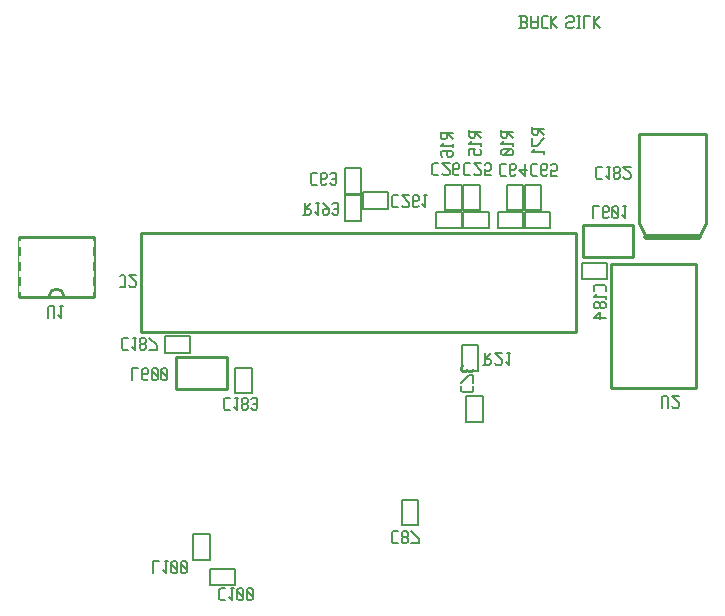
<source format=gbr>
G04 Title: RX Daughterboard, silkscreen, solder side *
G04 Creator: pcb-bin 1.99q *
G04 CreationDate: Thu Apr 28 23:14:29 2005 UTC *
G04 For: matt *
G04 Format: Gerber/RS-274X *
G04 PCB-Dimensions: 275000 250000 *
G04 PCB-Coordinate-Origin: lower left *
%MOIN*%
%FSLAX24Y24*%
%IPPOS*%
%ADD11C,0.0400*%
%ADD12C,0.0080*%
%ADD13C,0.0239*%
%ADD14C,0.0140*%
%ADD15C,0.0300*%
%ADD16C,0.0600*%
%ADD17C,0.0250*%
%ADD18C,0.0450*%
%ADD19C,0.0140*%
%ADD20C,0.0299*%
%ADD21C,0.0100*%
%ADD22C,0.0110*%
%ADD23C,0.0249*%
%ADD24R,0.0240X0.0240*%
%ADD25R,0.0440X0.0440*%
%ADD26R,0.0300X0.0300*%
%ADD27C,0.0060*%
%ADD28C,0.0080*%
%ADD29C,0.0800*%
%ADD30C,0.0860*%
%ADD31C,0.1100X0.0800*%
%ADD32C,0.1100*%
%ADD33C,0.0110*%
%AMTHERM1*7,0,0,0.1100,0.0800,0.0110,45*%
%ADD34THERM1*%
%ADD35R,0.0970X0.0970*%
%ADD36R,0.1170X0.1170*%
%ADD37R,0.1030X0.1030*%
%ADD38C,0.0200*%
%ADD39R,0.0560X0.0560*%
%ADD40R,0.0860X0.0860*%
%ADD41R,0.0620X0.0620*%
%ADD42R,0.1220X0.1220*%
%ADD43R,0.1520X0.1520*%
%ADD44R,0.1280X0.1280*%
%ADD45R,0.0340X0.0340*%
%ADD46R,0.0640X0.0640*%
%ADD47R,0.0400X0.0400*%
%ADD48R,0.0540X0.0540*%
%ADD49R,0.0480X0.0480*%
%ADD50R,0.0680X0.0680*%
%ADD51R,0.0200X0.0200*%
%ADD52R,0.0500X0.0500*%
%ADD53R,0.0600X0.0600*%
%ADD54R,0.0660X0.0660*%
%ADD55R,0.0900X0.0900X0.0600X0.0600*%
%ADD56R,0.0900X0.0900*%
%ADD57C,0.0600*%
%ADD58C,0.0660*%
%AMTHERM2*7,0,0,0.0900,0.0600,0.0100,45*%
%ADD59THERM2*%
%ADD60C,0.0900X0.0600*%
%ADD61C,0.0900*%
%ADD62R,0.0150X0.0150*%
%ADD63R,0.0450X0.0450*%
%ADD64R,0.0210X0.0210*%
%ADD65C,0.0410*%
%ADD66C,0.0170*%
%ADD67R,0.1610X0.1610*%
%ADD68R,0.1910X0.1910*%
%ADD69R,0.1670X0.1670*%
%ADD70C,0.0720*%
%ADD71C,0.0920X0.0720*%
%ADD72C,0.0920*%
%ADD73C,0.0240*%
%ADD74C,0.0340*%
%ADD75C,0.1320*%
%ADD76C,0.1520*%
%ADD77C,0.1520X0.1320*%
%ADD78C,0.0600*%
%ADD79C,0.0125*%
%AMTHERM3*7,0,0,0.0800,0.0600,0.0125,45*%
%ADD80THERM3*%
%ADD81C,0.0800*%
%ADD82C,0.0800X0.0600*%
%ADD83C,0.0350*%
%ADD84C,0.0100*%
%AMTHERM4*7,0,0,0.0510,0.0350,0.0100,45*%
%ADD85THERM4*%
%ADD86C,0.0510*%
%ADD87C,0.0510X0.0350*%
%ADD88C,0.0360*%
%ADD89C,0.0520*%
%ADD90C,0.0520X0.0360*%
%AMTHERM5*7,0,0,0.0799,0.0600,0.0125,45*%
%ADD91THERM5*%
%ADD92C,0.0799*%
%ADD93C,0.0799X0.0600*%
%ADD94C,0.0090*%
%AMTHERM6*7,0,0,0.0520,0.0360,0.0090,45*%
%ADD95THERM6*%
%ADD96C,0.0310*%
%ADD97C,0.0080*%
%AMTHERM7*7,0,0,0.0469,0.0310,0.0080,45*%
%ADD98THERM7*%
%ADD99C,0.0469*%
%ADD100C,0.0469X0.0310*%
%AMTHERM8*7,0,0,0.0510,0.0350,0.0100,45*%
%ADD101THERM8*%
%ADD102C,0.0510*%
%ADD103C,0.0510X0.0350*%
%LNGROUP_3*%
%LPD*%
G01X0Y0D02*
G54D27*X15180Y16730D02*X15720D01*
X15180Y17570D02*Y16730D01*
Y17570D02*X15720D01*
Y16730D01*
G04 Text: R193 *
G54D28*X13800Y16930D02*X14000D01*
X14050Y16980D01*
Y17080D01*
X14000Y17130D02*X14050Y17080D01*
X13850Y17130D02*X14000D01*
X13850Y16930D02*Y17330D01*
Y17130D02*X14050Y17330D01*
X14220D02*X14320D01*
X14270Y16930D02*Y17330D01*
X14170Y17030D02*X14270Y16930D01*
X14440Y17330D02*X14640Y17130D01*
Y16980D02*Y17130D01*
X14590Y16930D02*X14640Y16980D01*
X14490Y16930D02*X14590D01*
X14440Y16980D02*X14490Y16930D01*
X14440Y16980D02*Y17080D01*
X14490Y17130D01*
X14640D01*
X14760Y16980D02*X14810Y16930D01*
X14910D01*
X14960Y16980D01*
Y17280D01*
X14910Y17330D02*X14960Y17280D01*
X14810Y17330D02*X14910D01*
X14760Y17280D02*X14810Y17330D01*
Y17130D02*X14960D01*
G54D27*X23080Y15320D02*Y14780D01*
Y15320D02*X23920D01*
Y14780D01*
X23080D02*X23920D01*
G04 Text: C184 *
G54D28*X23880Y14400D02*Y14550D01*
X23830Y14600D02*X23880Y14550D01*
X23530Y14600D02*X23830D01*
X23530D02*X23480Y14550D01*
Y14400D02*Y14550D01*
X23880Y14129D02*Y14229D01*
X23480Y14179D02*X23880D01*
X23580Y14279D02*X23480Y14179D01*
X23830Y14009D02*X23880Y13959D01*
X23730Y14009D02*X23830D01*
X23730D02*X23680Y13959D01*
Y13859D02*Y13959D01*
Y13859D02*X23730Y13809D01*
X23830D01*
X23880Y13859D02*X23830Y13809D01*
X23880Y13859D02*Y13959D01*
X23630Y14009D02*X23680Y13959D01*
X23530Y14009D02*X23630D01*
X23530D02*X23480Y13959D01*
Y13859D02*Y13959D01*
Y13859D02*X23530Y13809D01*
X23630D01*
X23680Y13859D02*X23630Y13809D01*
X23680Y13689D02*X23480Y13489D01*
X23680Y13439D02*Y13689D01*
X23480Y13489D02*X23880D01*
G54D27*X11530Y10980D02*X12070D01*
X11530Y11820D02*Y10980D01*
Y11820D02*X12070D01*
Y10980D01*
G04 Text: C183 *
G54D28*X11200Y10830D02*X11350D01*
X11150Y10780D02*X11200Y10830D01*
X11150Y10480D02*Y10780D01*
Y10480D02*X11200Y10430D01*
X11350D01*
X11520Y10830D02*X11620D01*
X11570Y10430D02*Y10830D01*
X11470Y10530D02*X11570Y10430D01*
X11740Y10780D02*X11790Y10830D01*
X11740Y10680D02*Y10780D01*
Y10680D02*X11790Y10630D01*
X11890D01*
X11940Y10680D01*
Y10780D01*
X11890Y10830D02*X11940Y10780D01*
X11790Y10830D02*X11890D01*
X11740Y10580D02*X11790Y10630D01*
X11740Y10480D02*Y10580D01*
Y10480D02*X11790Y10430D01*
X11890D01*
X11940Y10480D01*
Y10580D01*
X11890Y10630D02*X11940Y10580D01*
X12060Y10480D02*X12110Y10430D01*
X12210D01*
X12260Y10480D01*
Y10780D01*
X12210Y10830D02*X12260Y10780D01*
X12110Y10830D02*X12210D01*
X12060Y10780D02*X12110Y10830D01*
Y10630D02*X12260D01*
G54D38*X25230Y16170D02*X26970D01*
G54D21*X25230D02*X24980Y16650D01*
Y19630D02*Y16650D01*
Y19630D02*X27220D01*
Y16650D01*
X26970Y16170D01*
G04 Text: C182 *
G54D28*X23600Y18520D02*X23750D01*
X23550Y18470D02*X23600Y18520D01*
X23550Y18170D02*Y18470D01*
Y18170D02*X23600Y18120D01*
X23750D01*
X23920Y18520D02*X24020D01*
X23970Y18120D02*Y18520D01*
X23870Y18220D02*X23970Y18120D01*
X24140Y18470D02*X24190Y18520D01*
X24140Y18370D02*Y18470D01*
Y18370D02*X24190Y18320D01*
X24290D01*
X24340Y18370D01*
Y18470D01*
X24290Y18520D02*X24340Y18470D01*
X24190Y18520D02*X24290D01*
X24140Y18270D02*X24190Y18320D01*
X24140Y18170D02*Y18270D01*
Y18170D02*X24190Y18120D01*
X24290D01*
X24340Y18170D01*
Y18270D01*
X24290Y18320D02*X24340Y18270D01*
X24460Y18170D02*X24510Y18120D01*
X24660D01*
X24710Y18170D01*
Y18270D01*
X24460Y18520D02*X24710Y18270D01*
X24460Y18520D02*X24710D01*
G54D21*X24050Y15290D02*Y11150D01*
Y15290D02*X26900D01*
Y11150D01*
X24050D02*X26900D01*
G04 Text: U2 *
G54D28*X25750Y10500D02*Y10850D01*
X25800Y10900D01*
X25900D01*
X25950Y10850D01*
Y10500D02*Y10850D01*
X26070Y10550D02*X26120Y10500D01*
X26270D01*
X26320Y10550D01*
Y10650D01*
X26070Y10900D02*X26320Y10650D01*
X26070Y10900D02*X26320D01*
G54D27*X17080Y6580D02*X17620D01*
X17080Y7420D02*Y6580D01*
Y7420D02*X17620D01*
Y6580D01*
G04 Text: C87 *
G54D28*X16800Y6380D02*X16950D01*
X16750Y6330D02*X16800Y6380D01*
X16750Y6030D02*Y6330D01*
Y6030D02*X16800Y5980D01*
X16950D01*
X17070Y6330D02*X17120Y6380D01*
X17070Y6230D02*Y6330D01*
Y6230D02*X17120Y6180D01*
X17220D01*
X17270Y6230D01*
Y6330D01*
X17220Y6380D02*X17270Y6330D01*
X17120Y6380D02*X17220D01*
X17070Y6130D02*X17120Y6180D01*
X17070Y6030D02*Y6130D01*
Y6030D02*X17120Y5980D01*
X17220D01*
X17270Y6030D01*
Y6130D01*
X17220Y6180D02*X17270Y6130D01*
X17390Y6380D02*X17640Y6130D01*
Y5980D02*Y6130D01*
X17390Y5980D02*X17640D01*
G54D27*X9180Y12870D02*Y12330D01*
Y12870D02*X10020D01*
Y12330D01*
X9180D02*X10020D01*
G04 Text: C187 *
G54D28*X7800Y12830D02*X7950D01*
X7750Y12780D02*X7800Y12830D01*
X7750Y12480D02*Y12780D01*
Y12480D02*X7800Y12430D01*
X7950D01*
X8120Y12830D02*X8220D01*
X8170Y12430D02*Y12830D01*
X8070Y12530D02*X8170Y12430D01*
X8340Y12780D02*X8390Y12830D01*
X8340Y12680D02*Y12780D01*
Y12680D02*X8390Y12630D01*
X8490D01*
X8540Y12680D01*
Y12780D01*
X8490Y12830D02*X8540Y12780D01*
X8390Y12830D02*X8490D01*
X8340Y12580D02*X8390Y12630D01*
X8340Y12480D02*Y12580D01*
Y12480D02*X8390Y12430D01*
X8490D01*
X8540Y12480D01*
Y12580D01*
X8490Y12630D02*X8540Y12580D01*
X8660Y12830D02*X8910Y12580D01*
Y12430D02*Y12580D01*
X8660Y12430D02*X8910D01*
G54D21*X23110Y16590D02*Y15510D01*
Y16590D02*X24790D01*
Y15510D01*
X23110D02*X24790D01*
G04 Text: L601 *
G54D28*X23450Y16810D02*Y17210D01*
X23650D01*
X23920Y16810D02*X23970Y16860D01*
X23820Y16810D02*X23920D01*
X23770Y16860D02*X23820Y16810D01*
X23770Y16860D02*Y17160D01*
X23820Y17210D01*
X23920Y17010D02*X23970Y17060D01*
X23770Y17010D02*X23920D01*
X23820Y17210D02*X23920D01*
X23970Y17160D01*
Y17060D02*Y17160D01*
X24090D02*X24140Y17210D01*
X24090Y16860D02*Y17160D01*
Y16860D02*X24140Y16810D01*
X24240D01*
X24290Y16860D01*
Y17160D01*
X24240Y17210D02*X24290Y17160D01*
X24140Y17210D02*X24240D01*
X24090Y17110D02*X24290Y16910D01*
X24460Y17210D02*X24560D01*
X24510Y16810D02*Y17210D01*
X24410Y16910D02*X24510Y16810D01*
G54D27*X19230Y10870D02*X19770D01*
Y10030D01*
X19230D02*X19770D01*
X19230Y10870D02*Y10030D01*
G04 Text: C78 *
G54D28*X19060Y11060D02*Y11210D01*
X19110Y11010D02*X19060Y11060D01*
X19110Y11010D02*X19410D01*
X19460Y11060D01*
Y11210D01*
X19060Y11330D02*X19310Y11580D01*
X19460D01*
Y11330D02*Y11580D01*
X19110Y11700D02*X19060Y11750D01*
X19110Y11700D02*X19210D01*
X19260Y11750D01*
Y11850D01*
X19210Y11900D01*
X19110D02*X19210D01*
X19060Y11850D02*X19110Y11900D01*
X19060Y11750D02*Y11850D01*
X19310Y11700D02*X19260Y11750D01*
X19310Y11700D02*X19410D01*
X19460Y11750D01*
Y11850D01*
X19410Y11900D01*
X19310D02*X19410D01*
X19260Y11850D02*X19310Y11900D01*
G54D27*X15780Y17670D02*Y17130D01*
Y17670D02*X16620D01*
Y17130D01*
X15780D02*X16620D01*
G04 Text: C261 *
G54D28*X16800Y17580D02*X16950D01*
X16750Y17530D02*X16800Y17580D01*
X16750Y17230D02*Y17530D01*
Y17230D02*X16800Y17180D01*
X16950D01*
X17070Y17230D02*X17120Y17180D01*
X17270D01*
X17320Y17230D01*
Y17330D01*
X17070Y17580D02*X17320Y17330D01*
X17070Y17580D02*X17320D01*
X17590Y17180D02*X17640Y17230D01*
X17490Y17180D02*X17590D01*
X17440Y17230D02*X17490Y17180D01*
X17440Y17230D02*Y17530D01*
X17490Y17580D01*
X17590Y17380D02*X17640Y17430D01*
X17440Y17380D02*X17590D01*
X17490Y17580D02*X17590D01*
X17640Y17530D01*
Y17430D02*Y17530D01*
X17810Y17580D02*X17910D01*
X17860Y17180D02*Y17580D01*
X17760Y17280D02*X17860Y17180D01*
G54D27*X19080Y11730D02*X19620D01*
X19080Y12570D02*Y11730D01*
Y12570D02*X19620D01*
Y11730D01*
G04 Text: R21 *
G54D28*X19800Y11930D02*X20000D01*
X20050Y11980D01*
Y12080D01*
X20000Y12130D02*X20050Y12080D01*
X19850Y12130D02*X20000D01*
X19850Y11930D02*Y12330D01*
Y12130D02*X20050Y12330D01*
X20170Y11980D02*X20220Y11930D01*
X20370D01*
X20420Y11980D01*
Y12080D01*
X20170Y12330D02*X20420Y12080D01*
X20170Y12330D02*X20420D01*
X20590D02*X20690D01*
X20640Y11930D02*Y12330D01*
X20540Y12030D02*X20640Y11930D01*
G54D21*X4310Y14200D02*X5820D01*
X5320D02*X6830D01*
Y16200D02*Y14200D01*
X4310Y16200D02*X6830D01*
X4310D02*Y14200D01*
X5820D02*G75*G03X5320Y14200I-250J0D01*G01*
G04 Text: U1 *
G54D28*X5300Y13500D02*Y13850D01*
X5350Y13900D01*
X5450D01*
X5500Y13850D01*
Y13500D02*Y13850D01*
X5670Y13900D02*X5770D01*
X5720Y13500D02*Y13900D01*
X5620Y13600D02*X5720Y13500D01*
G54D27*X21120Y17020D02*Y16480D01*
X20280D02*X21120D01*
X20280Y17020D02*Y16480D01*
Y17020D02*X21120D01*
G04 Text: C64 *
G54D28*X20400Y18630D02*X20550D01*
X20350Y18580D02*X20400Y18630D01*
X20350Y18280D02*Y18580D01*
Y18280D02*X20400Y18230D01*
X20550D01*
X20820D02*X20870Y18280D01*
X20720Y18230D02*X20820D01*
X20670Y18280D02*X20720Y18230D01*
X20670Y18280D02*Y18580D01*
X20720Y18630D01*
X20820Y18430D02*X20870Y18480D01*
X20670Y18430D02*X20820D01*
X20720Y18630D02*X20820D01*
X20870Y18580D01*
Y18480D02*Y18580D01*
X20990Y18430D02*X21190Y18230D01*
X20990Y18430D02*X21240D01*
X21190Y18230D02*Y18630D01*
G54D27*X21180Y17920D02*X21720D01*
Y17080D02*Y17920D01*
X21180Y17080D02*X21720D01*
X21180D02*Y17920D01*
G04 Text: R71 *
G54D28*X21430Y19650D02*Y19850D01*
Y19650D02*X21480Y19600D01*
X21580D01*
X21630Y19650D02*X21580Y19600D01*
X21630Y19650D02*Y19800D01*
X21430D02*X21830D01*
X21630D02*X21830Y19600D01*
Y19479D02*X21580Y19229D01*
X21430D02*X21580D01*
X21430D02*Y19479D01*
X21830Y18959D02*Y19059D01*
X21430Y19009D02*X21830D01*
X21530Y19109D02*X21430Y19009D01*
G54D27*X21180Y17020D02*Y16480D01*
Y17020D02*X22020D01*
Y16480D01*
X21180D02*X22020D01*
G04 Text: C65 *
G54D28*X21450Y18630D02*X21600D01*
X21400Y18580D02*X21450Y18630D01*
X21400Y18280D02*Y18580D01*
Y18280D02*X21450Y18230D01*
X21600D01*
X21870D02*X21920Y18280D01*
X21770Y18230D02*X21870D01*
X21720Y18280D02*X21770Y18230D01*
X21720Y18280D02*Y18580D01*
X21770Y18630D01*
X21870Y18430D02*X21920Y18480D01*
X21720Y18430D02*X21870D01*
X21770Y18630D02*X21870D01*
X21920Y18580D01*
Y18480D02*Y18580D01*
X22040Y18230D02*X22240D01*
X22040D02*Y18430D01*
X22090Y18380D01*
X22190D01*
X22240Y18430D01*
Y18580D01*
X22190Y18630D02*X22240Y18580D01*
X22090Y18630D02*X22190D01*
X22040Y18580D02*X22090Y18630D01*
G54D27*X15180Y18470D02*X15720D01*
Y17630D02*Y18470D01*
X15180Y17630D02*X15720D01*
X15180D02*Y18470D01*
G04 Text: C63 *
G54D28*X14100Y18330D02*X14250D01*
X14050Y18280D02*X14100Y18330D01*
X14050Y17980D02*Y18280D01*
Y17980D02*X14100Y17930D01*
X14250D01*
X14520D02*X14570Y17980D01*
X14420Y17930D02*X14520D01*
X14370Y17980D02*X14420Y17930D01*
X14370Y17980D02*Y18280D01*
X14420Y18330D01*
X14520Y18130D02*X14570Y18180D01*
X14370Y18130D02*X14520D01*
X14420Y18330D02*X14520D01*
X14570Y18280D01*
Y18180D02*Y18280D01*
X14690Y17980D02*X14740Y17930D01*
X14840D01*
X14890Y17980D01*
Y18280D01*
X14840Y18330D02*X14890Y18280D01*
X14740Y18330D02*X14840D01*
X14690Y18280D02*X14740Y18330D01*
Y18130D02*X14890D01*
G54D27*X18530Y17920D02*X19070D01*
Y17080D01*
X18530D02*X19070D01*
X18530Y17920D02*Y17080D01*
G04 Text: R16 *
G54D28*X18380Y19500D02*Y19700D01*
Y19500D02*X18430Y19450D01*
X18530D01*
X18580Y19500D02*X18530Y19450D01*
X18580Y19500D02*Y19650D01*
X18380D02*X18780D01*
X18580D02*X18780Y19450D01*
Y19179D02*Y19279D01*
X18380Y19229D02*X18780D01*
X18480Y19329D02*X18380Y19229D01*
Y18909D02*X18430Y18859D01*
X18380Y18909D02*Y19009D01*
X18430Y19059D02*X18380Y19009D01*
X18430Y19059D02*X18730D01*
X18780Y19009D01*
X18580Y18909D02*X18630Y18859D01*
X18580Y18909D02*Y19059D01*
X18780Y18909D02*Y19009D01*
Y18909D02*X18730Y18859D01*
X18630D02*X18730D01*
G54D27*X11520Y4580D02*Y5120D01*
X10680Y4580D02*X11520D01*
X10680D02*Y5120D01*
X11520D01*
G04 Text: C100 *
G54D28*X11050Y4480D02*X11200D01*
X11000Y4430D02*X11050Y4480D01*
X11000Y4130D02*Y4430D01*
Y4130D02*X11050Y4080D01*
X11200D01*
X11370Y4480D02*X11470D01*
X11420Y4080D02*Y4480D01*
X11320Y4180D02*X11420Y4080D01*
X11590Y4430D02*X11640Y4480D01*
X11590Y4130D02*Y4430D01*
Y4130D02*X11640Y4080D01*
X11740D01*
X11790Y4130D01*
Y4430D01*
X11740Y4480D02*X11790Y4430D01*
X11640Y4480D02*X11740D01*
X11590Y4380D02*X11790Y4180D01*
X11910Y4430D02*X11960Y4480D01*
X11910Y4130D02*Y4430D01*
Y4130D02*X11960Y4080D01*
X12060D01*
X12110Y4130D01*
Y4430D01*
X12060Y4480D02*X12110Y4430D01*
X11960Y4480D02*X12060D01*
X11910Y4380D02*X12110Y4180D01*
G54D27*X10130Y5430D02*X10670D01*
X10130Y6270D02*Y5430D01*
Y6270D02*X10670D01*
Y5430D01*
G04 Text: L100 *
G54D28*X8800Y4980D02*Y5380D01*
X9000D01*
X9170D02*X9270D01*
X9220Y4980D02*Y5380D01*
X9120Y5080D02*X9220Y4980D01*
X9390Y5330D02*X9440Y5380D01*
X9390Y5030D02*Y5330D01*
Y5030D02*X9440Y4980D01*
X9540D01*
X9590Y5030D01*
Y5330D01*
X9540Y5380D02*X9590Y5330D01*
X9440Y5380D02*X9540D01*
X9390Y5280D02*X9590Y5080D01*
X9710Y5330D02*X9760Y5380D01*
X9710Y5030D02*Y5330D01*
Y5030D02*X9760Y4980D01*
X9860D01*
X9910Y5030D01*
Y5330D01*
X9860Y5380D02*X9910Y5330D01*
X9760Y5380D02*X9860D01*
X9710Y5280D02*X9910Y5080D01*
G54D21*X9560Y12190D02*Y11110D01*
Y12190D02*X11240D01*
Y11110D01*
X9560D02*X11240D01*
G04 Text: L600 *
G54D28*X8100Y11410D02*Y11810D01*
X8300D01*
X8570Y11410D02*X8620Y11460D01*
X8470Y11410D02*X8570D01*
X8420Y11460D02*X8470Y11410D01*
X8420Y11460D02*Y11760D01*
X8470Y11810D01*
X8570Y11610D02*X8620Y11660D01*
X8420Y11610D02*X8570D01*
X8470Y11810D02*X8570D01*
X8620Y11760D01*
Y11660D02*Y11760D01*
X8740D02*X8790Y11810D01*
X8740Y11460D02*Y11760D01*
Y11460D02*X8790Y11410D01*
X8890D01*
X8940Y11460D01*
Y11760D01*
X8890Y11810D02*X8940Y11760D01*
X8790Y11810D02*X8890D01*
X8740Y11710D02*X8940Y11510D01*
X9060Y11760D02*X9110Y11810D01*
X9060Y11460D02*Y11760D01*
Y11460D02*X9110Y11410D01*
X9210D01*
X9260Y11460D01*
Y11760D01*
X9210Y11810D02*X9260Y11760D01*
X9110Y11810D02*X9210D01*
X9060Y11710D02*X9260Y11510D01*
G54D27*X19130Y17020D02*Y16480D01*
Y17020D02*X19970D01*
Y16480D01*
X19130D02*X19970D01*
G04 Text: C25 *
G54D28*X19200Y18650D02*X19350D01*
X19150Y18600D02*X19200Y18650D01*
X19150Y18300D02*Y18600D01*
Y18300D02*X19200Y18250D01*
X19350D01*
X19470Y18300D02*X19520Y18250D01*
X19670D01*
X19720Y18300D01*
Y18400D01*
X19470Y18650D02*X19720Y18400D01*
X19470Y18650D02*X19720D01*
X19840Y18250D02*X20040D01*
X19840D02*Y18450D01*
X19890Y18400D01*
X19990D01*
X20040Y18450D01*
Y18600D01*
X19990Y18650D02*X20040Y18600D01*
X19890Y18650D02*X19990D01*
X19840Y18600D02*X19890Y18650D01*
G54D21*X8399Y16318D02*Y13018D01*
Y16318D02*X22899D01*
X8399Y13018D02*X22899D01*
Y16318D02*Y13018D01*
G04 Text: J2 *
G54D28*X7699Y14518D02*X7849D01*
Y14868D01*
X7799Y14918D02*X7849Y14868D01*
X7749Y14918D02*X7799D01*
X7699Y14868D02*X7749Y14918D01*
X7969Y14568D02*X8019Y14518D01*
X8169D01*
X8219Y14568D01*
Y14668D01*
X7969Y14918D02*X8219Y14668D01*
X7969Y14918D02*X8219D01*
G54D27*X19130Y17920D02*X19670D01*
Y17080D01*
X19130D02*X19670D01*
X19130Y17920D02*Y17080D01*
G04 Text: R15 *
G54D28*X19330Y19550D02*Y19750D01*
Y19550D02*X19380Y19500D01*
X19480D01*
X19530Y19550D02*X19480Y19500D01*
X19530Y19550D02*Y19700D01*
X19330D02*X19730D01*
X19530D02*X19730Y19500D01*
Y19229D02*Y19329D01*
X19330Y19279D02*X19730D01*
X19430Y19379D02*X19330Y19279D01*
Y18909D02*Y19109D01*
X19530D01*
X19480Y19059D01*
Y18959D02*Y19059D01*
Y18959D02*X19530Y18909D01*
X19680D01*
X19730Y18959D02*X19680Y18909D01*
X19730Y18959D02*Y19059D01*
X19680Y19109D02*X19730Y19059D01*
G54D27*X20580Y17920D02*X21120D01*
Y17080D01*
X20580D02*X21120D01*
X20580Y17920D02*Y17080D01*
G04 Text: R10 *
G54D28*X20400Y19550D02*Y19750D01*
Y19550D02*X20450Y19500D01*
X20550D01*
X20600Y19550D02*X20550Y19500D01*
X20600Y19550D02*Y19700D01*
X20400D02*X20800D01*
X20600D02*X20800Y19500D01*
Y19229D02*Y19329D01*
X20400Y19279D02*X20800D01*
X20500Y19379D02*X20400Y19279D01*
X20750Y19109D02*X20800Y19059D01*
X20450Y19109D02*X20750D01*
X20450D02*X20400Y19059D01*
Y18959D02*Y19059D01*
Y18959D02*X20450Y18909D01*
X20750D01*
X20800Y18959D02*X20750Y18909D01*
X20800Y18959D02*Y19059D01*
X20700Y19109D02*X20500Y18909D01*
G54D27*X19070Y17020D02*Y16480D01*
X18230D02*X19070D01*
X18230Y17020D02*Y16480D01*
Y17020D02*X19070D01*
G04 Text: C26 *
G54D28*X18150Y18650D02*X18300D01*
X18100Y18600D02*X18150Y18650D01*
X18100Y18300D02*Y18600D01*
Y18300D02*X18150Y18250D01*
X18300D01*
X18420Y18300D02*X18470Y18250D01*
X18620D01*
X18670Y18300D01*
Y18400D01*
X18420Y18650D02*X18670Y18400D01*
X18420Y18650D02*X18670D01*
X18940Y18250D02*X18990Y18300D01*
X18840Y18250D02*X18940D01*
X18790Y18300D02*X18840Y18250D01*
X18790Y18300D02*Y18600D01*
X18840Y18650D01*
X18940Y18450D02*X18990Y18500D01*
X18790Y18450D02*X18940D01*
X18840Y18650D02*X18940D01*
X18990Y18600D01*
Y18500D02*Y18600D01*
G04 Text: BACK SILK *
X21000Y23550D02*X21200D01*
X21250Y23500D01*
Y23400D02*Y23500D01*
X21200Y23350D02*X21250Y23400D01*
X21050Y23350D02*X21200D01*
X21050Y23150D02*Y23550D01*
X21000Y23150D02*X21200D01*
X21250Y23200D01*
Y23300D01*
X21200Y23350D02*X21250Y23300D01*
X21370Y23200D02*Y23550D01*
Y23200D02*X21420Y23150D01*
X21570D01*
X21620Y23200D01*
Y23550D01*
X21370Y23350D02*X21620D01*
X21790Y23550D02*X21940D01*
X21740Y23500D02*X21790Y23550D01*
X21740Y23200D02*Y23500D01*
Y23200D02*X21790Y23150D01*
X21940D01*
X22060D02*Y23550D01*
Y23350D02*X22260Y23150D01*
X22060Y23350D02*X22260Y23550D01*
X22760Y23150D02*X22810Y23200D01*
X22610Y23150D02*X22760D01*
X22560Y23200D02*X22610Y23150D01*
X22560Y23200D02*Y23300D01*
X22610Y23350D01*
X22760D01*
X22810Y23400D01*
Y23500D01*
X22760Y23550D02*X22810Y23500D01*
X22610Y23550D02*X22760D01*
X22560Y23500D02*X22610Y23550D01*
X22930Y23150D02*X23030D01*
X22980D02*Y23550D01*
X22930D02*X23030D01*
X23150Y23150D02*Y23550D01*
X23350D01*
X23470Y23150D02*Y23550D01*
Y23350D02*X23670Y23150D01*
X23470Y23350D02*X23670Y23550D01*
%LNCUTS*%
%LPC*%
G54D24*X15360Y17390D02*X15540D01*
G54D35*X25710Y17010D02*X26490D01*
X25710Y18890D02*X26490D01*
G54D24*X17260Y6760D02*X17440D01*
X17260Y7240D02*X17440D01*
X15960Y17490D02*Y17310D01*
X19260Y11910D02*X19440D01*
G54D51*X4410Y14450D02*X4690D01*
X4410Y14950D02*X4690D01*
X4410Y15450D02*X4690D01*
X4410Y15950D02*X4690D01*
X6450D02*X6730D01*
X6450Y15450D02*X6730D01*
X6450Y14950D02*X6730D01*
X6450Y14450D02*X6730D01*
G54D24*X21360Y17740D02*X21540D01*
X21360Y17260D02*X21540D01*
X15360Y18290D02*X15540D01*
X15360Y17810D02*X15540D01*
X18710Y17740D02*X18890D01*
G54D73*X16192Y15881D02*Y14971D01*
X16585Y15881D02*Y14971D01*
X16979Y15881D02*Y14971D01*
X18160Y15881D02*Y14971D01*
X18554Y15881D02*Y14971D01*
X18948Y15881D02*Y14971D01*
G54D24*X19310Y17740D02*X19490D01*
X19310Y17260D02*X19490D01*
X20760Y17740D02*X20940D01*
X20760Y17260D02*X20940D01*
X18410Y16840D02*Y16660D01*
M02*

</source>
